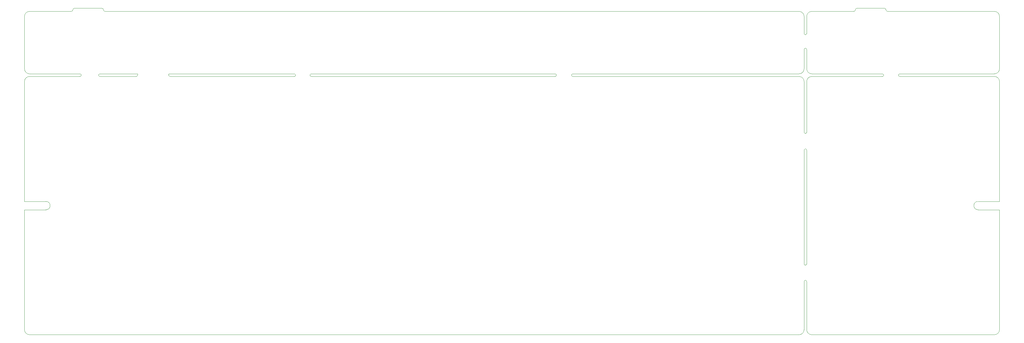
<source format=gbr>
%TF.GenerationSoftware,KiCad,Pcbnew,(5.1.7)-1*%
%TF.CreationDate,2021-02-07T19:51:08+07:00*%
%TF.ProjectId,75-pixels,37352d70-6978-4656-9c73-2e6b69636164,rev?*%
%TF.SameCoordinates,Original*%
%TF.FileFunction,Profile,NP*%
%FSLAX46Y46*%
G04 Gerber Fmt 4.6, Leading zero omitted, Abs format (unit mm)*
G04 Created by KiCad (PCBNEW (5.1.7)-1) date 2021-02-07 19:51:08*
%MOMM*%
%LPD*%
G01*
G04 APERTURE LIST*
%TA.AperFunction,Profile*%
%ADD10C,0.050000*%
%TD*%
G04 APERTURE END LIST*
D10*
X16031250Y-76218750D02*
X16031250Y-111281250D01*
X300937500Y-76218750D02*
X300937500Y-111281250D01*
X294656250Y-73781250D02*
X300937500Y-73781250D01*
X294656250Y-76218750D02*
X300937500Y-76218750D01*
X294656250Y-76218750D02*
G75*
G02*
X294656250Y-73781250I0J1218750D01*
G01*
X22312500Y-76218750D02*
X16031250Y-76218750D01*
X22312500Y-73781250D02*
X16031250Y-73781250D01*
X22312500Y-73781250D02*
G75*
G02*
X22312500Y-76218750I0J-1218750D01*
G01*
X16031250Y-38718750D02*
X16031250Y-73781250D01*
X17531250Y-112781250D02*
X242343750Y-112781250D01*
X17531250Y-112781250D02*
G75*
G02*
X16031250Y-111281250I0J1500000D01*
G01*
X243843750Y-111281250D02*
X243843750Y-97218750D01*
X244593750Y-97218750D02*
X244593750Y-111281250D01*
X246093750Y-112781250D02*
X299437500Y-112781250D01*
X246093750Y-112781250D02*
G75*
G02*
X244593750Y-111281250I0J1500000D01*
G01*
X243843750Y-111281250D02*
G75*
G02*
X242343750Y-112781250I-1500000J0D01*
G01*
X300937500Y-73781250D02*
X300937500Y-38718750D01*
X300937500Y-111281250D02*
G75*
G02*
X299437500Y-112781250I-1500000J0D01*
G01*
X271781250Y-37218750D02*
X299437500Y-37218750D01*
X299437500Y-37218750D02*
G75*
G02*
X300937500Y-38718750I0J-1500000D01*
G01*
X299437500Y-36468750D02*
X271781250Y-36468750D01*
X300937500Y-19687500D02*
X300937500Y-34968750D01*
X300937500Y-34968750D02*
G75*
G02*
X299437500Y-36468750I-1500000J0D01*
G01*
X299437500Y-18187500D02*
X268218750Y-18187500D01*
X299437500Y-18187500D02*
G75*
G02*
X300937500Y-19687500I0J-1500000D01*
G01*
X271781250Y-37218750D02*
G75*
G02*
X271781250Y-36468750I0J375000D01*
G01*
X243843750Y-58781250D02*
X243843750Y-92062500D01*
X244593750Y-92062500D02*
X244593750Y-58781250D01*
X243843750Y-97218750D02*
G75*
G02*
X244593750Y-97218750I375000J0D01*
G01*
X244593750Y-92062500D02*
G75*
G02*
X243843750Y-92062500I-375000J0D01*
G01*
X244593750Y-53531250D02*
X244593750Y-38718750D01*
X243843750Y-38718750D02*
X243843750Y-53531250D01*
X244593750Y-53531250D02*
G75*
G02*
X243843750Y-53531250I-375000J0D01*
G01*
X243843750Y-58781250D02*
G75*
G02*
X244593750Y-58781250I375000J0D01*
G01*
X246093750Y-37218750D02*
X266718750Y-37218750D01*
X266718750Y-36468750D02*
X246093750Y-36468750D01*
X244593750Y-29343750D02*
X244593750Y-34968750D01*
X243843750Y-29343750D02*
X243843750Y-34968750D01*
X259312500Y-17250000D02*
X267281250Y-17250000D01*
X268218750Y-18187500D02*
G75*
G02*
X267750000Y-17718750I0J468750D01*
G01*
X267281250Y-17250000D02*
G75*
G02*
X267750000Y-17718750I0J-468750D01*
G01*
X246093750Y-18187500D02*
X258375000Y-18187500D01*
X258843750Y-17718750D02*
G75*
G02*
X258375000Y-18187500I-468750J0D01*
G01*
X244593750Y-19687500D02*
X244593750Y-24656250D01*
X243843750Y-19687500D02*
X243843750Y-24656250D01*
X244593750Y-19687500D02*
G75*
G02*
X246093750Y-18187500I1500000J0D01*
G01*
X176250000Y-37218750D02*
X242343750Y-37218750D01*
X242343750Y-36468750D02*
X176250000Y-36468750D01*
X243843750Y-34968750D02*
G75*
G02*
X242343750Y-36468750I-1500000J0D01*
G01*
X246093750Y-36468750D02*
G75*
G02*
X244593750Y-34968750I0J1500000D01*
G01*
X244593750Y-38718750D02*
G75*
G02*
X246093750Y-37218750I1500000J0D01*
G01*
X242343750Y-37218750D02*
G75*
G02*
X243843750Y-38718750I0J-1500000D01*
G01*
X243843750Y-29343750D02*
G75*
G02*
X244593750Y-29343750I375000J0D01*
G01*
X244593750Y-24656250D02*
G75*
G02*
X243843750Y-24656250I-375000J0D01*
G01*
X266718750Y-36468750D02*
G75*
G02*
X266718750Y-37218750I0J-375000D01*
G01*
X176250000Y-37218750D02*
G75*
G02*
X176250000Y-36468750I0J375000D01*
G01*
X99843750Y-37218750D02*
X171093750Y-37218750D01*
X171093750Y-36468750D02*
X99843750Y-36468750D01*
X171093750Y-36468750D02*
G75*
G02*
X171093750Y-37218750I0J-375000D01*
G01*
X99843750Y-37218750D02*
G75*
G02*
X99843750Y-36468750I0J375000D01*
G01*
X242343750Y-18187500D02*
X39562500Y-18187500D01*
X242343750Y-18187500D02*
G75*
G02*
X243843750Y-19687500I0J-1500000D01*
G01*
X58125000Y-36468750D02*
X58125000Y-36750000D01*
X94875000Y-36468750D02*
X58125000Y-36468750D01*
X94875000Y-37218750D02*
X58593750Y-37218750D01*
X94875000Y-36468750D02*
G75*
G02*
X94875000Y-37218750I0J-375000D01*
G01*
X58593750Y-37218750D02*
G75*
G02*
X58125000Y-36750000I0J468750D01*
G01*
X38062500Y-37218750D02*
X48656250Y-37218750D01*
X49125000Y-36750000D02*
X49125000Y-36468750D01*
X49125000Y-36750000D02*
G75*
G02*
X48656250Y-37218750I-468750J0D01*
G01*
X38062500Y-36468750D02*
X49125000Y-36468750D01*
X38062500Y-37218750D02*
G75*
G02*
X38062500Y-36468750I0J375000D01*
G01*
X32250000Y-37218750D02*
X17531250Y-37218750D01*
X16031250Y-38718750D02*
G75*
G02*
X17531250Y-37218750I1500000J0D01*
G01*
X17531250Y-36468750D02*
X32250000Y-36468750D01*
X32250000Y-36468750D02*
G75*
G02*
X32250000Y-37218750I0J-375000D01*
G01*
X16031250Y-34968750D02*
X16031250Y-19687500D01*
X17531250Y-36468750D02*
G75*
G02*
X16031250Y-34968750I0J1500000D01*
G01*
X39562500Y-18187500D02*
G75*
G02*
X39093750Y-17718750I0J468750D01*
G01*
X258843750Y-17718750D02*
G75*
G02*
X259312500Y-17250000I468750J0D01*
G01*
X38625000Y-17250000D02*
G75*
G02*
X39093750Y-17718750I0J-468750D01*
G01*
X29718750Y-18187500D02*
X17531250Y-18187500D01*
X16031250Y-19687500D02*
G75*
G02*
X17531250Y-18187500I1500000J0D01*
G01*
X30187500Y-17718750D02*
G75*
G02*
X29718750Y-18187500I-468750J0D01*
G01*
X30656250Y-17250000D02*
X38625000Y-17250000D01*
X30187500Y-17718750D02*
G75*
G02*
X30656250Y-17250000I468750J0D01*
G01*
M02*

</source>
